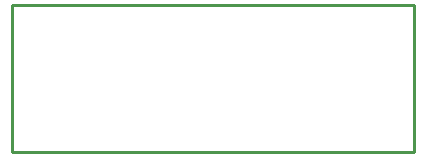
<source format=gbr>
G04 EAGLE Gerber RS-274X export*
G75*
%MOMM*%
%FSLAX34Y34*%
%LPD*%
%IN*%
%IPPOS*%
%AMOC8*
5,1,8,0,0,1.08239X$1,22.5*%
G01*
%ADD10C,0.254000*%


D10*
X0Y0D02*
X340360Y0D01*
X340360Y124460D01*
X0Y124460D01*
X0Y0D01*
M02*

</source>
